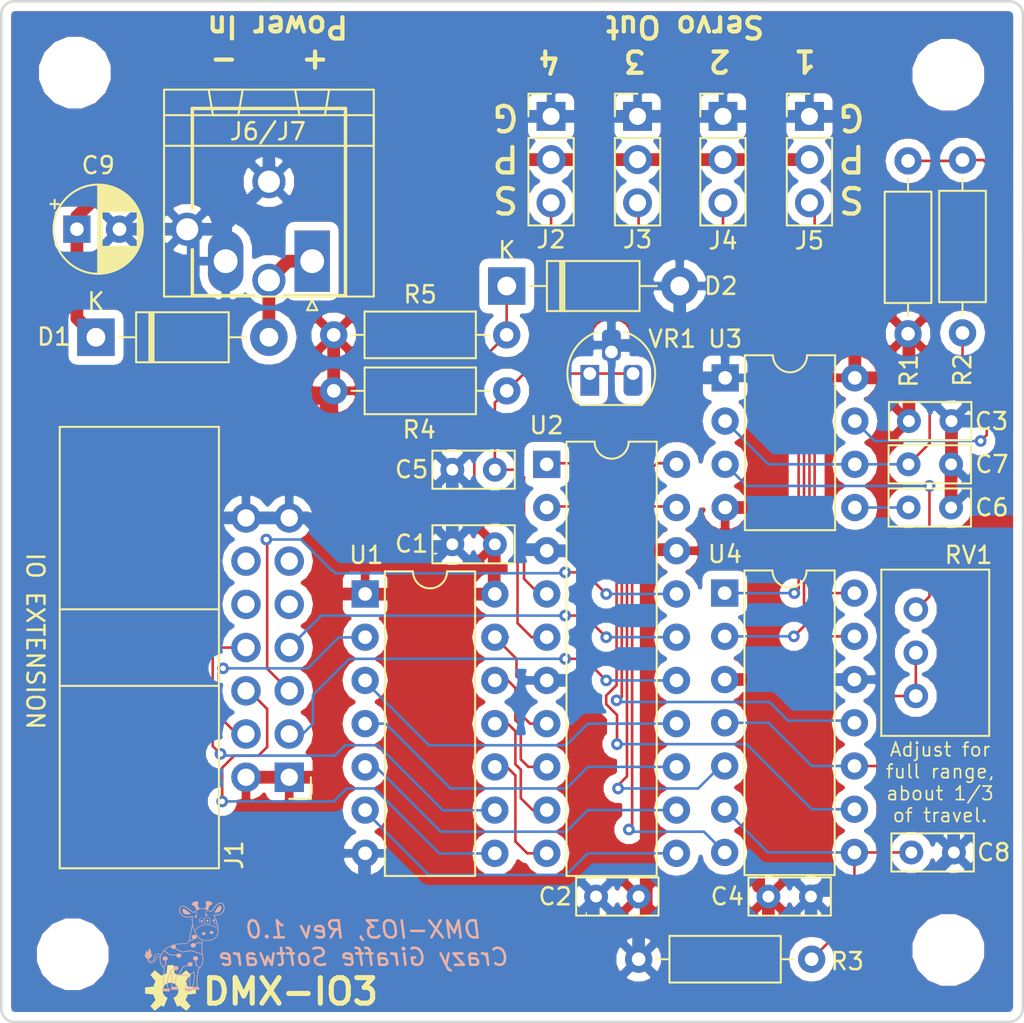
<source format=kicad_pcb>
(kicad_pcb (version 20171130) (host pcbnew "(5.0.0)")
  (title_block (title "DMX Demonstrator - Servo IO Module (DMX-IO3)") (date 2023-02-19) (rev 1.1) (company "Crazy Giraffe Software") (comment 2 "Designed by: SparkyBobo") (comment 3 https://creativecommons.org/licenses/by-sa/4.0/) (comment 4 "Released under the Creative Commons Attribution Share-Alike 4.0m License"))
  (layers (0 F.Cu signal) (31 B.Cu signal) (34 B.Paste user) (35 F.Paste user) (36 B.SilkS user) (37 F.SilkS user) (38 B.Mask user hide) (39 F.Mask user hide) (44 Edge.Cuts user))
  (net 0 "")
  (net 1 GND)
  (net 2 +5V)
  (net 3 /A1)
  (net 4 /A0)
  (net 5 /~WR)
  (net 6 /AO1)
  (net 7 /AO0)
  (net 8 /AO3)
  (net 9 /AO2)
  (net 10 "Net-(J2-Pad3)")
  (net 11 "Net-(J1-Pad9)")
  (net 12 "Net-(J1-Pad10)")
  (net 13 "Net-(J1-Pad11)")
  (net 14 "Net-(J1-Pad12)")
  (net 15 "Net-(C8-Pad1)")
  (net 16 "Net-(C7-Pad2)")
  (net 17 "Net-(C6-Pad2)")
  (net 18 /D3)
  (net 19 /D2)
  (net 20 /D1)
  (net 21 /D0)
  (net 22 /D7)
  (net 23 /D6)
  (net 24 /D5)
  (net 25 /D4)
  (net 26 /SR-CLK)
  (net 27 /SR-OUT)
  (net 28 /~SR_CLR)
  (net 29 "Net-(R1-Pad2)")
  (net 30 +2V5)
  (net 31 "Net-(RV1-Pad1)")
  (net 32 "Net-(J3-Pad3)")
  (net 33 "Net-(J4-Pad3)")
  (net 34 "Net-(J5-Pad3)")
  (net 35 "Net-(C9-Pad1)")
  (net 36 "Net-(D1-Pad2)")
  (net 37 "Net-(D2-Pad1)")
  (module Connector_PinHeader_2.54mm:PinHeader_1x03_P2.54mm_Vertical (layer F.Cu) (at 151.892 77.343)
    (fp_text reference J5 (at 0 7.3025) (layer F.SilkS))
    (fp_text value Servo0)
    (pad 3 thru_hole oval (at 0 5.08) (size 1.7 1.7) (drill 1) (layers *.Cu *.Mask) (net 34 "Net-(J5-Pad3)"))
    (pad 2 thru_hole oval (at 0 2.54) (size 1.7 1.7) (drill 1) (layers *.Cu *.Mask) (net 35 "Net-(C9-Pad1)"))
    (pad 1 thru_hole rect (at 0 0) (size 1.7 1.7) (drill 1) (layers *.Cu *.Mask) (net 1 GND))
  )
  (module Connector_PinHeader_2.54mm:PinHeader_1x03_P2.54mm_Vertical (layer F.Cu) (at 146.812 77.343)
    (fp_text reference J4 (at 0 7.3025) (layer F.SilkS))
    (fp_text value Servo1)
    (pad 1 thru_hole rect (at 0 0) (size 1.7 1.7) (drill 1) (layers *.Cu *.Mask) (net 1 GND))
    (pad 2 thru_hole oval (at 0 2.54) (size 1.7 1.7) (drill 1) (layers *.Cu *.Mask) (net 35 "Net-(C9-Pad1)"))
    (pad 3 thru_hole oval (at 0 5.08) (size 1.7 1.7) (drill 1) (layers *.Cu *.Mask) (net 33 "Net-(J4-Pad3)"))
  )
  (module Connector_PinHeader_2.54mm:PinHeader_1x03_P2.54mm_Vertical (layer F.Cu) (at 141.7955 77.343)
    (fp_text reference J3 (at 0 7.239) (layer F.SilkS))
    (fp_text value Servo2)
    (pad 3 thru_hole oval (at 0 5.08) (size 1.7 1.7) (drill 1) (layers *.Cu *.Mask) (net 32 "Net-(J3-Pad3)"))
    (pad 2 thru_hole oval (at 0 2.54) (size 1.7 1.7) (drill 1) (layers *.Cu *.Mask) (net 35 "Net-(C9-Pad1)"))
    (pad 1 thru_hole rect (at 0 0) (size 1.7 1.7) (drill 1) (layers *.Cu *.Mask) (net 1 GND))
  )
  (module Connector_PinHeader_2.54mm:PinHeader_1x03_P2.54mm_Vertical (layer F.Cu) (at 136.7155 77.343)
    (fp_text reference J2 (at 0 7.239) (layer F.SilkS))
    (fp_text value Servo3)
    (pad 1 thru_hole rect (at 0 0) (size 1.7 1.7) (drill 1) (layers *.Cu *.Mask) (net 1 GND))
    (pad 2 thru_hole oval (at 0 2.54) (size 1.7 1.7) (drill 1) (layers *.Cu *.Mask) (net 35 "Net-(C9-Pad1)"))
    (pad 3 thru_hole oval (at 0 5.08) (size 1.7 1.7) (drill 1) (layers *.Cu *.Mask) (net 10 "Net-(J2-Pad3)"))
  )
  (module Diode_THT:D_DO-41_SOD81_P10.16mm_Horizontal (layer F.Cu) (at 134.112 87.3125)
    (fp_text reference D2 (at 12.573 0) (layer F.SilkS))
    (fp_text value D)
    (fp_text user K (at 0 -2.1) (layer F.SilkS))
    (pad 1 thru_hole rect (at 0 0) (size 2.2 2.2) (drill 1.1) (layers *.Cu *.Mask) (net 37 "Net-(D2-Pad1)"))
    (pad 2 thru_hole oval (at 10.16 0) (size 2.2 2.2) (drill 1.1) (layers *.Cu *.Mask) (net 1 GND))
  )
  (module Resistor_THT:R_Axial_DIN0207_L6.3mm_D2.5mm_P10.16mm_Horizontal (layer F.Cu) (at 123.947501 90.182501)
    (fp_text reference R5 (at 5.08 -2.37) (layer F.SilkS))
    (fp_text value R_US)
    (pad 1 thru_hole circle (at 0 0) (size 1.6 1.6) (drill 0.8) (layers *.Cu *.Mask) (net 2 +5V))
    (pad 2 thru_hole oval (at 10.16 0) (size 1.6 1.6) (drill 0.8) (layers *.Cu *.Mask) (net 37 "Net-(D2-Pad1)"))
  )
  (module Capacitor_THT:CP_Radial_D5.0mm_P2.50mm (layer F.Cu) (at 108.8644 83.9724)
    (fp_text reference C9 (at 1.25 -3.75) (layer F.SilkS))
    (fp_text value 10uF)
    (pad 1 thru_hole rect (at 0 0) (size 1.6 1.6) (drill 0.8) (layers *.Cu *.Mask) (net 35 "Net-(C9-Pad1)"))
    (pad 2 thru_hole circle (at 2.5 0) (size 1.6 1.6) (drill 0.8) (layers *.Cu *.Mask) (net 1 GND))
  )
  (module Connector_Phoenix_MSTB:PhoenixContact_MSTBA_2,5_2-G-5,08_1x02_P5.08mm_Horizontal (layer F.Cu) (at 122.682 85.852 180)
    (fp_text reference J6 hide)
    (fp_text value Power)
    (pad 1 thru_hole rect (at 0 0 180) (size 2.08 3.6) (drill 1.4) (layers *.Cu *.Mask) (net 36 "Net-(D1-Pad2)"))
    (pad 2 thru_hole oval (at 5.08 0 180) (size 2.08 3.6) (drill 1.4) (layers *.Cu *.Mask) (net 1 GND))
  )
  (module Connectors:POWER_JACK_PTH_BREAD (layer F.Cu) (at 120.142 73.2792 180)
    (fp_text reference J7 hide)
    (fp_text value Power hide)
    (pad GND thru_hole circle (at 0 -7.8994 180) (size 1.94818 1.94818) (drill 1.29794) (layers *.Cu *.Mask) (net 1 GND))
    (pad GNDB thru_hole circle (at 4.79806 -10.69848 180) (size 1.94818 1.94818) (drill 1.29794) (layers *.Cu *.Mask) (net 1 GND))
    (pad PWR thru_hole circle (at 0 -13.69822 180) (size 1.94818 1.94818) (drill 1.29794) (layers *.Cu *.Mask) (net 36 "Net-(D1-Pad2)"))
  )
  (module Diode_THT:D_DO-41_SOD81_P10.16mm_Horizontal (layer F.Cu) (at 109.982 90.3224)
    (fp_text reference D1 (at -2.4765 -0.0254) (layer F.SilkS))
    (fp_text value 1N5819)
    (fp_text user K (at 0 -2.1) (layer F.SilkS))
    (pad 1 thru_hole rect (at 0 0) (size 2.2 2.2) (drill 1.1) (layers *.Cu *.Mask) (net 35 "Net-(C9-Pad1)"))
    (pad 2 thru_hole oval (at 10.16 0) (size 2.2 2.2) (drill 1.1) (layers *.Cu *.Mask) (net 36 "Net-(D1-Pad2)"))
  )
  (module Package_DIP:DIP-14_W7.62mm (layer F.Cu) (at 146.9136 105.3592)
    (fp_text reference U4 (at 0.0127 -2.286) (layer F.SilkS))
    (fp_text value LM339)
    (pad 1 thru_hole rect (at 0 0) (size 1.6 1.6) (drill 0.8) (layers *.Cu *.Mask) (net 10 "Net-(J2-Pad3)"))
    (pad 8 thru_hole oval (at 7.62 15.24) (size 1.6 1.6) (drill 0.8) (layers *.Cu *.Mask) (net 15 "Net-(C8-Pad1)"))
    (pad 2 thru_hole oval (at 0 2.54) (size 1.6 1.6) (drill 0.8) (layers *.Cu *.Mask) (net 32 "Net-(J3-Pad3)"))
    (pad 9 thru_hole oval (at 7.62 12.7) (size 1.6 1.6) (drill 0.8) (layers *.Cu *.Mask) (net 7 /AO0))
    (pad 3 thru_hole oval (at 0 5.08) (size 1.6 1.6) (drill 0.8) (layers *.Cu *.Mask) (net 2 +5V))
    (pad 10 thru_hole oval (at 7.62 10.16) (size 1.6 1.6) (drill 0.8) (layers *.Cu *.Mask) (net 15 "Net-(C8-Pad1)"))
    (pad 4 thru_hole oval (at 0 7.62) (size 1.6 1.6) (drill 0.8) (layers *.Cu *.Mask) (net 15 "Net-(C8-Pad1)"))
    (pad 11 thru_hole oval (at 7.62 7.62) (size 1.6 1.6) (drill 0.8) (layers *.Cu *.Mask) (net 6 /AO1))
    (pad 5 thru_hole oval (at 0 10.16) (size 1.6 1.6) (drill 0.8) (layers *.Cu *.Mask) (net 9 /AO2))
    (pad 12 thru_hole oval (at 7.62 5.08) (size 1.6 1.6) (drill 0.8) (layers *.Cu *.Mask) (net 1 GND))
    (pad 6 thru_hole oval (at 0 12.7) (size 1.6 1.6) (drill 0.8) (layers *.Cu *.Mask) (net 15 "Net-(C8-Pad1)"))
    (pad 13 thru_hole oval (at 7.62 2.54) (size 1.6 1.6) (drill 0.8) (layers *.Cu *.Mask) (net 33 "Net-(J4-Pad3)"))
    (pad 7 thru_hole oval (at 0 15.24) (size 1.6 1.6) (drill 0.8) (layers *.Cu *.Mask) (net 8 /AO3))
    (pad 14 thru_hole oval (at 7.62 0) (size 1.6 1.6) (drill 0.8) (layers *.Cu *.Mask) (net 34 "Net-(J5-Pad3)"))
  )
  (module Package_TO_SOT_THT:TO-92L_HandSolder (layer F.Cu) (at 138.9888 92.456)
    (fp_text reference VR1 (at 4.8387 -2.032) (layer F.SilkS))
    (fp_text value TL1431)
    (pad 2 thru_hole roundrect (at 1.27 -1.27) (size 1.1 1.8) (drill 0.75 (offset 0 -0.4)) (layers *.Cu *.Mask) (net 1 GND))
    (pad 3 thru_hole roundrect (at 2.54 0) (size 1.1 1.8) (drill 0.75 (offset 0 0.4)) (layers *.Cu *.Mask) (net 30 +2V5))
    (pad 1 thru_hole rect (at 0 0) (size 1.1 1.8) (drill 0.75 (offset 0 0.4)) (layers *.Cu *.Mask) (net 30 +2V5))
  )
  (module Capacitor_THT:C_Rect_L4.6mm_W2.0mm_P2.50mm_MKS02_FKP02 (layer F.Cu) (at 141.859 123.19 180)
    (fp_text reference C2 (at 4.9022 0 180) (layer F.SilkS))
    (fp_text value .01uF)
    (pad 2 thru_hole circle (at 2.5 0 180) (size 1.4 1.4) (drill 0.7) (layers *.Cu *.Mask) (net 1 GND))
    (pad 1 thru_hole circle (at 0 0 180) (size 1.4 1.4) (drill 0.7) (layers *.Cu *.Mask) (net 2 +5V))
  )
  (module Capacitor_THT:C_Rect_L4.6mm_W2.0mm_P2.50mm_MKS02_FKP02 (layer F.Cu) (at 157.734 95.25)
    (fp_text reference C3 (at 4.8514 0.0127) (layer F.SilkS))
    (fp_text value .01uF)
    (pad 1 thru_hole circle (at 0 0) (size 1.4 1.4) (drill 0.7) (layers *.Cu *.Mask) (net 2 +5V))
    (pad 2 thru_hole circle (at 2.5 0) (size 1.4 1.4) (drill 0.7) (layers *.Cu *.Mask) (net 1 GND))
  )
  (module Capacitor_THT:C_Rect_L4.6mm_W2.0mm_P2.50mm_MKS02_FKP02 (layer F.Cu) (at 149.479 123.19)
    (fp_text reference C4 (at -2.413 0) (layer F.SilkS))
    (fp_text value .01uF)
    (pad 2 thru_hole circle (at 2.5 0) (size 1.4 1.4) (drill 0.7) (layers *.Cu *.Mask) (net 1 GND))
    (pad 1 thru_hole circle (at 0 0) (size 1.4 1.4) (drill 0.7) (layers *.Cu *.Mask) (net 2 +5V))
  )
  (module Capacitor_THT:C_Rect_L4.6mm_W2.0mm_P2.50mm_MKS02_FKP02 (layer F.Cu) (at 133.4135 98.1075 180)
    (fp_text reference C5 (at 4.8895 0.0127 180) (layer F.SilkS))
    (fp_text value .01uF)
    (pad 1 thru_hole circle (at 0 0 180) (size 1.4 1.4) (drill 0.7) (layers *.Cu *.Mask) (net 30 +2V5))
    (pad 2 thru_hole circle (at 2.5 0 180) (size 1.4 1.4) (drill 0.7) (layers *.Cu *.Mask) (net 1 GND))
  )
  (module Capacitor_THT:C_Rect_L4.6mm_W2.0mm_P2.50mm_MKS02_FKP02 (layer F.Cu) (at 160.2105 100.33 180)
    (fp_text reference C6 (at -2.4003 0 180) (layer F.SilkS))
    (fp_text value 100nf)
    (pad 1 thru_hole circle (at 0 0 180) (size 1.4 1.4) (drill 0.7) (layers *.Cu *.Mask) (net 1 GND))
    (pad 2 thru_hole circle (at 2.5 0 180) (size 1.4 1.4) (drill 0.7) (layers *.Cu *.Mask) (net 17 "Net-(C6-Pad2)"))
  )
  (module Capacitor_THT:C_Rect_L4.6mm_W2.0mm_P2.50mm_MKS02_FKP02 (layer F.Cu) (at 160.2105 97.79 180)
    (fp_text reference C7 (at -2.4003 0 180) (layer F.SilkS))
    (fp_text value 0.68uF)
    (pad 1 thru_hole circle (at 0 0 180) (size 1.4 1.4) (drill 0.7) (layers *.Cu *.Mask) (net 1 GND))
    (pad 2 thru_hole circle (at 2.5 0 180) (size 1.4 1.4) (drill 0.7) (layers *.Cu *.Mask) (net 16 "Net-(C7-Pad2)"))
  )
  (module Capacitor_THT:C_Rect_L4.6mm_W2.0mm_P2.50mm_MKS02_FKP02 (layer F.Cu) (at 157.8756 120.5992)
    (fp_text reference C8 (at 4.8368 0) (layer F.SilkS))
    (fp_text value 0.68uF)
    (pad 2 thru_hole circle (at 2.5 0) (size 1.4 1.4) (drill 0.7) (layers *.Cu *.Mask) (net 1 GND))
    (pad 1 thru_hole circle (at 0 0) (size 1.4 1.4) (drill 0.7) (layers *.Cu *.Mask) (net 15 "Net-(C8-Pad1)"))
  )
  (module Capacitor_THT:C_Rect_L4.6mm_W2.0mm_P2.50mm_MKS02_FKP02 (layer F.Cu) (at 133.4135 102.489 180)
    (fp_text reference C1 (at 4.8895 0.0254 180) (layer F.SilkS))
    (fp_text value .01uF)
    (pad 1 thru_hole circle (at 0 0 180) (size 1.4 1.4) (drill 0.7) (layers *.Cu *.Mask) (net 2 +5V))
    (pad 2 thru_hole circle (at 2.5 0 180) (size 1.4 1.4) (drill 0.7) (layers *.Cu *.Mask) (net 1 GND))
  )
  (module Potentiometer_THT:Potentiometer_Bourns_3299W_Vertical (layer F.Cu) (at 158.1404 106.3244 90)
    (fp_text reference RV1 (at 3.2004 3.0988 180) (layer F.SilkS))
    (fp_text value 10k)
    (pad 1 thru_hole circle (at 0 0 90) (size 1.44 1.44) (drill 0.8) (layers *.Cu *.Mask) (net 31 "Net-(RV1-Pad1)"))
    (pad 2 thru_hole circle (at -2.54 0 90) (size 1.44 1.44) (drill 0.8) (layers *.Cu *.Mask) (net 15 "Net-(C8-Pad1)"))
    (pad 3 thru_hole circle (at -5.08 0 90) (size 1.44 1.44) (drill 0.8) (layers *.Cu *.Mask) (net 15 "Net-(C8-Pad1)"))
  )
  (module Resistor_THT:R_Axial_DIN0207_L6.3mm_D2.5mm_P10.16mm_Horizontal (layer F.Cu) (at 134.112 93.472 180)
    (fp_text reference R4 (at 5.1435 -2.286 180) (layer F.SilkS))
    (fp_text value 1.6k)
    (pad 1 thru_hole circle (at 0 0 180) (size 1.6 1.6) (drill 0.8) (layers *.Cu *.Mask) (net 30 +2V5))
    (pad 2 thru_hole oval (at 10.16 0 180) (size 1.6 1.6) (drill 0.8) (layers *.Cu *.Mask) (net 2 +5V))
  )
  (module Package_DIP:DIP-14_W7.62mm (layer F.Cu) (at 125.7935 105.41)
    (fp_text reference U1 (at 0.0635 -2.286) (layer F.SilkS))
    (fp_text value 74LS164)
    (pad 1 thru_hole rect (at 0 0) (size 1.6 1.6) (drill 0.8) (layers *.Cu *.Mask) (net 2 +5V))
    (pad 8 thru_hole oval (at 7.62 15.24) (size 1.6 1.6) (drill 0.8) (layers *.Cu *.Mask) (net 26 /SR-CLK))
    (pad 2 thru_hole oval (at 0 2.54) (size 1.6 1.6) (drill 0.8) (layers *.Cu *.Mask) (net 27 /SR-OUT))
    (pad 9 thru_hole oval (at 7.62 12.7) (size 1.6 1.6) (drill 0.8) (layers *.Cu *.Mask) (net 28 /~SR_CLR))
    (pad 3 thru_hole oval (at 0 5.08) (size 1.6 1.6) (drill 0.8) (layers *.Cu *.Mask) (net 21 /D0))
    (pad 10 thru_hole oval (at 7.62 10.16) (size 1.6 1.6) (drill 0.8) (layers *.Cu *.Mask) (net 25 /D4))
    (pad 4 thru_hole oval (at 0 7.62) (size 1.6 1.6) (drill 0.8) (layers *.Cu *.Mask) (net 20 /D1))
    (pad 11 thru_hole oval (at 7.62 7.62) (size 1.6 1.6) (drill 0.8) (layers *.Cu *.Mask) (net 24 /D5))
    (pad 5 thru_hole oval (at 0 10.16) (size 1.6 1.6) (drill 0.8) (layers *.Cu *.Mask) (net 19 /D2))
    (pad 12 thru_hole oval (at 7.62 5.08) (size 1.6 1.6) (drill 0.8) (layers *.Cu *.Mask) (net 23 /D6))
    (pad 6 thru_hole oval (at 0 12.7) (size 1.6 1.6) (drill 0.8) (layers *.Cu *.Mask) (net 18 /D3))
    (pad 13 thru_hole oval (at 7.62 2.54) (size 1.6 1.6) (drill 0.8) (layers *.Cu *.Mask) (net 22 /D7))
    (pad 7 thru_hole oval (at 0 15.24) (size 1.6 1.6) (drill 0.8) (layers *.Cu *.Mask) (net 1 GND))
    (pad 14 thru_hole oval (at 7.62 0) (size 1.6 1.6) (drill 0.8) (layers *.Cu *.Mask) (net 2 +5V))
  )
  (module Package_DIP:DIP-20_W7.62mm (layer F.Cu) (at 136.4615 97.79)
    (fp_text reference U2 (at -0.0127 -2.286) (layer F.SilkS))
    (fp_text value TLC7226A)
    (pad 1 thru_hole rect (at 0 0) (size 1.6 1.6) (drill 0.8) (layers *.Cu *.Mask) (net 6 /AO1))
    (pad 11 thru_hole oval (at 7.62 22.86) (size 1.6 1.6) (drill 0.8) (layers *.Cu *.Mask) (net 18 /D3))
    (pad 2 thru_hole oval (at 0 2.54) (size 1.6 1.6) (drill 0.8) (layers *.Cu *.Mask) (net 7 /AO0))
    (pad 12 thru_hole oval (at 7.62 20.32) (size 1.6 1.6) (drill 0.8) (layers *.Cu *.Mask) (net 19 /D2))
    (pad 3 thru_hole oval (at 0 5.08) (size 1.6 1.6) (drill 0.8) (layers *.Cu *.Mask) (net 1 GND))
    (pad 13 thru_hole oval (at 7.62 17.78) (size 1.6 1.6) (drill 0.8) (layers *.Cu *.Mask) (net 20 /D1))
    (pad 4 thru_hole oval (at 0 7.62) (size 1.6 1.6) (drill 0.8) (layers *.Cu *.Mask) (net 30 +2V5))
    (pad 14 thru_hole oval (at 7.62 15.24) (size 1.6 1.6) (drill 0.8) (layers *.Cu *.Mask) (net 21 /D0))
    (pad 5 thru_hole oval (at 0 10.16) (size 1.6 1.6) (drill 0.8) (layers *.Cu *.Mask) (net 37 "Net-(D2-Pad1)"))
    (pad 15 thru_hole oval (at 7.62 12.7) (size 1.6 1.6) (drill 0.8) (layers *.Cu *.Mask) (net 5 /~WR))
    (pad 6 thru_hole oval (at 0 12.7) (size 1.6 1.6) (drill 0.8) (layers *.Cu *.Mask) (net 1 GND))
    (pad 16 thru_hole oval (at 7.62 10.16) (size 1.6 1.6) (drill 0.8) (layers *.Cu *.Mask) (net 3 /A1))
    (pad 7 thru_hole oval (at 0 15.24) (size 1.6 1.6) (drill 0.8) (layers *.Cu *.Mask) (net 22 /D7))
    (pad 17 thru_hole oval (at 7.62 7.62) (size 1.6 1.6) (drill 0.8) (layers *.Cu *.Mask) (net 4 /A0))
    (pad 8 thru_hole oval (at 0 17.78) (size 1.6 1.6) (drill 0.8) (layers *.Cu *.Mask) (net 23 /D6))
    (pad 18 thru_hole oval (at 7.62 5.08) (size 1.6 1.6) (drill 0.8) (layers *.Cu *.Mask) (net 2 +5V))
    (pad 9 thru_hole oval (at 0 20.32) (size 1.6 1.6) (drill 0.8) (layers *.Cu *.Mask) (net 24 /D5))
    (pad 19 thru_hole oval (at 7.62 2.54) (size 1.6 1.6) (drill 0.8) (layers *.Cu *.Mask) (net 8 /AO3))
    (pad 10 thru_hole oval (at 0 22.86) (size 1.6 1.6) (drill 0.8) (layers *.Cu *.Mask) (net 25 /D4))
    (pad 20 thru_hole oval (at 7.62 0) (size 1.6 1.6) (drill 0.8) (layers *.Cu *.Mask) (net 9 /AO2))
  )
  (module Package_DIP:DIP-8_W7.62mm (layer F.Cu) (at 146.939 92.71)
    (fp_text reference U3 (at 0 -2.286) (layer F.SilkS))
    (fp_text value LM555)
    (pad 8 thru_hole oval (at 7.62 0) (size 1.6 1.6) (drill 0.8) (layers *.Cu *.Mask) (net 2 +5V))
    (pad 4 thru_hole oval (at 0 7.62) (size 1.6 1.6) (drill 0.8) (layers *.Cu *.Mask) (net 2 +5V))
    (pad 7 thru_hole oval (at 7.62 2.54) (size 1.6 1.6) (drill 0.8) (layers *.Cu *.Mask) (net 29 "Net-(R1-Pad2)"))
    (pad 3 thru_hole oval (at 0 5.08) (size 1.6 1.6) (drill 0.8) (layers *.Cu *.Mask) (net 31 "Net-(RV1-Pad1)"))
    (pad 6 thru_hole oval (at 7.62 5.08) (size 1.6 1.6) (drill 0.8) (layers *.Cu *.Mask) (net 16 "Net-(C7-Pad2)"))
    (pad 2 thru_hole oval (at 0 2.54) (size 1.6 1.6) (drill 0.8) (layers *.Cu *.Mask) (net 16 "Net-(C7-Pad2)"))
    (pad 5 thru_hole oval (at 7.62 7.62) (size 1.6 1.6) (drill 0.8) (layers *.Cu *.Mask) (net 17 "Net-(C6-Pad2)"))
    (pad 1 thru_hole rect (at 0 0) (size 1.6 1.6) (drill 0.8) (layers *.Cu *.Mask) (net 1 GND))
  )
  (module Resistor_THT:R_Axial_DIN0207_L6.3mm_D2.5mm_P10.16mm_Horizontal (layer F.Cu) (at 157.6832 90.1192 90)
    (fp_text reference R1 (at -2.1844 0.0508 90) (layer F.SilkS))
    (fp_text value 330)
    (pad 1 thru_hole circle (at 0 0 90) (size 1.6 1.6) (drill 0.8) (layers *.Cu *.Mask) (net 2 +5V))
    (pad 2 thru_hole oval (at 10.16 0 90) (size 1.6 1.6) (drill 0.8) (layers *.Cu *.Mask) (net 29 "Net-(R1-Pad2)"))
  )
  (module Resistor_THT:R_Axial_DIN0207_L6.3mm_D2.5mm_P10.16mm_Horizontal (layer F.Cu) (at 160.8836 79.9084 270)
    (fp_text reference R2 (at 12.3444 0 270) (layer F.SilkS))
    (fp_text value 10k)
    (pad 2 thru_hole oval (at 10.16 0 270) (size 1.6 1.6) (drill 0.8) (layers *.Cu *.Mask) (net 16 "Net-(C7-Pad2)"))
    (pad 1 thru_hole circle (at 0 0 270) (size 1.6 1.6) (drill 0.8) (layers *.Cu *.Mask) (net 29 "Net-(R1-Pad2)"))
  )
  (module Resistor_THT:R_Axial_DIN0207_L6.3mm_D2.5mm_P10.16mm_Horizontal (layer F.Cu) (at 141.859 126.873)
    (fp_text reference R3 (at 12.2555 0.127) (layer F.SilkS))
    (fp_text value 10k)
    (pad 1 thru_hole circle (at 0 0) (size 1.6 1.6) (drill 0.8) (layers *.Cu *.Mask) (net 1 GND))
    (pad 2 thru_hole oval (at 10.16 0) (size 1.6 1.6) (drill 0.8) (layers *.Cu *.Mask) (net 15 "Net-(C8-Pad1)"))
  )
  (module MountingHole:MountingHole_3.2mm_M3 (layer F.Cu) (at 160.053 74.897)
    (fp_text reference MH2 hide)
    (fp_text value MountingHole)
    (pad 1 np_thru_hole circle (at 0 0) (size 3.2 3.2) (drill 3.2) (layers *.Cu *.Mask))
  )
  (module MountingHole:MountingHole_3.2mm_M3 (layer F.Cu) (at 108.618 126.586)
    (fp_text reference MH3 hide)
    (fp_text value MountingHole)
    (pad 1 np_thru_hole circle (at 0 0) (size 3.2 3.2) (drill 3.2) (layers *.Cu *.Mask))
  )
  (module MountingHole:MountingHole_3.2mm_M3 (layer F.Cu) (at 160.053 126.332)
    (fp_text reference MH4 hide)
    (fp_text value MountingHole)
    (pad 1 np_thru_hole circle (at 0 0) (size 3.2 3.2) (drill 3.2) (layers *.Cu *.Mask))
  )
  (module MountingHole:MountingHole_3.2mm_M3 (layer F.Cu) (at 108.745 74.77)
    (fp_text reference MH1 hide)
    (fp_text value MountingHole)
    (pad 1 np_thru_hole circle (at 0 0) (size 3.2 3.2) (drill 3.2) (layers *.Cu *.Mask))
  )
  (module Connector_IDC:IDC-Header_2x07_P2.54mm_Horizontal (layer F.Cu) (at 121.3358 116.1796 180)
    (fp_text reference J1 (at 3.2258 -4.572 90) (layer F.SilkS))
    (fp_text value "IO Extension")
    (pad 1 thru_hole rect (at 0 0 180) (size 1.7272 1.7272) (drill 1.016) (layers *.Cu *.Mask) (net 2 +5V))
    (pad 2 thru_hole oval (at 2.54 0 180) (size 1.7272 1.7272) (drill 1.016) (layers *.Cu *.Mask) (net 2 +5V))
    (pad 3 thru_hole oval (at 0 2.54 180) (size 1.7272 1.7272) (drill 1.016) (layers *.Cu *.Mask) (net 5 /~WR))
    (pad 4 thru_hole oval (at 2.54 2.54 180) (size 1.7272 1.7272) (drill 1.016) (layers *.Cu *.Mask) (net 27 /SR-OUT))
    (pad 5 thru_hole oval (at 0 5.08 180) (size 1.7272 1.7272) (drill 1.016) (layers *.Cu *.Mask) (net 4 /A0))
    (pad 6 thru_hole oval (at 2.54 5.08 180) (size 1.7272 1.7272) (drill 1.016) (layers *.Cu *.Mask) (net 26 /SR-CLK))
    (pad 7 thru_hole oval (at 0 7.62 180) (size 1.7272 1.7272) (drill 1.016) (layers *.Cu *.Mask) (net 3 /A1))
    (pad 8 thru_hole oval (at 2.54 7.62 180) (size 1.7272 1.7272) (drill 1.016) (layers *.Cu *.Mask) (net 28 /~SR_CLR))
    (pad 9 thru_hole oval (at 0 10.16 180) (size 1.7272 1.7272) (drill 1.016) (layers *.Cu *.Mask) (net 11 "Net-(J1-Pad9)"))
    (pad 10 thru_hole oval (at 2.54 10.16 180) (size 1.7272 1.7272) (drill 1.016) (layers *.Cu *.Mask) (net 12 "Net-(J1-Pad10)"))
    (pad 11 thru_hole oval (at 0 12.7 180) (size 1.7272 1.7272) (drill 1.016) (layers *.Cu *.Mask) (net 13 "Net-(J1-Pad11)"))
    (pad 12 thru_hole oval (at 2.54 12.7 180) (size 1.7272 1.7272) (drill 1.016) (layers *.Cu *.Mask) (net 14 "Net-(J1-Pad12)"))
    (pad 13 thru_hole oval (at 0 15.24 180) (size 1.7272 1.7272) (drill 1.016) (layers *.Cu *.Mask) (net 1 GND))
    (pad 14 thru_hole oval (at 2.54 15.24 180) (size 1.7272 1.7272) (drill 1.016) (layers *.Cu *.Mask) (net 1 GND))
  )
  (module footprints:OSHW-LOGO-S (layer F.Cu) (at 114.3635 128.7145)
    (fp_text reference "" (at 0 0) (layer F.SilkS) (effects (font (size 1.524 1.524))))
    (fp_text value "" (at 0 0) (layer F.SilkS) (effects (font (size 1.524 1.524))))
  )
  (module footprints:logo_cr_5x5 (layer B.Cu) (at 115.189 126.111 180)
    (fp_text reference G*** hide)
    (fp_text value LOGO hide)
  )
  (gr_text "S\nP\nG" (at 154.3685 79.8195 180) (layer F.SilkS) (effects (font (size 1.5 1.5) (thickness 0.25))))
  (gr_text "S\nP\nG" (at 134.0485 79.8195 180) (layer F.SilkS) (effects (font (size 1.5 1.5) (thickness 0.25))))
  (gr_text " +    -\nPower In" (at 120.65 73.0885 180) (layer F.SilkS) (effects (font (size 1.25 1.25) (thickness 0.25))))
  (gr_text J6/J7 (at 120.0785 78.232) (layer F.SilkS) (effects (font (size 1 1))))
  (gr_text "Adjust for\nfull range,\nabout 1/3\nof travel." (at 159.5628 116.4844) (layer F.SilkS) (effects (font (size 0.8 0.8) (thickness 0.1))))
  (gr_line (start 105.1839 70.579) (end 163.6039 70.579) (layer Edge.Cuts) (width 0.15))
  (gr_line (start 164.4397 71.397) (end 164.4345 129.7305) (layer Edge.Cuts) (width 0.15))
  (gr_arc (start 163.609 129.738) (end 163.609 130.556) (angle -90) (layer Edge.Cuts) (width 0.15))
  (gr_arc (start 163.6217 71.397) (end 164.4397 71.397) (angle -90) (layer Edge.Cuts) (width 0.15))
  (gr_arc (start 105.1839 71.341) (end 105.1839 70.579) (angle -90) (layer Edge.Cuts) (width 0.15))
  (gr_arc (start 105.189 129.794) (end 104.427 129.794) (angle -90) (layer Edge.Cuts) (width 0.15))
  (gr_text "IO EXTENSION" (at 106.4133 108.1786 270) (layer F.SilkS) (effects (font (size 1 1))))
  (gr_line (start 105.189 130.556) (end 163.576 130.556) (layer Edge.Cuts) (width 0.15))
  (gr_line (start 104.4219 129.817) (end 104.4219 71.341) (layer Edge.Cuts) (width 0.15))
  (gr_text "DMX-IO3, Rev 1.0\nCrazy Giraffe Software\n\n" (at 125.73 126.746) (layer B.SilkS) (effects (font (size 1 1) (thickness 0.15) italic) (justify mirror)))
  (gr_text DMX-IO3 (at 121.412 128.778) (layer F.SilkS) (effects (font (size 1.5 1.5) (thickness 0.3))))
  (gr_text "   1    2    3    4\n  Servo Out" (at 145.542 73.0885 180) (layer F.SilkS) (effects (font (size 1.25 1.25) (thickness 0.25))))
  (segment (start 130.938906 102.435738) (end 131.180762 102.435738) (width 0.75) (layer B.Cu) (net 1))
  (segment (start 125.7681 120.672932) (end 125.755406 120.660238) (width 0.75) (layer B.Cu) (net 1))
  (segment (start 118.7958 100.9396) (end 121.3358 100.9396) (width 0.75) (layer B.Cu) (net 1))
  (segment (start 115.697 101.7905) (end 115.697 124.841) (width 0.75) (layer B.Cu) (net 1))
  (segment (start 118.7958 100.9396) (end 116.5479 100.9396) (width 0.75) (layer B.Cu) (net 1))
  (segment (start 116.5479 100.9396) (end 115.697 101.7905) (width 0.75) (layer B.Cu) (net 1))
  (segment (start 125.755406 124.802906) (end 125.7935 124.841) (width 0.75) (layer B.Cu) (net 1))
  (segment (start 125.755406 120.660238) (end 125.755406 124.802906) (width 0.75) (layer B.Cu) (net 1))
  (segment (start 115.697 124.841) (end 125.7935 124.841) (width 0.75) (layer B.Cu) (net 1))
  (segment (start 130.9135 100.9396) (end 130.9135 102.616) (width 0.75) (layer B.Cu) (net 1))
  (segment (start 125.7935 124.841) (end 139.192 124.841) (width 0.75) (layer B.Cu) (net 1))
  (segment (start 124.0409 102.616) (end 122.3645 100.9396) (width 0.75) (layer B.Cu) (net 1))
  (segment (start 121.3358 100.9396) (end 122.3645 100.9396) (width 0.75) (layer B.Cu) (net 1))
  (segment (start 130.9135 102.616) (end 126.873 102.616) (width 0.75) (layer B.Cu) (net 1))
  (segment (start 126.873 102.616) (end 124.0409 102.616) (width 0.75) (layer B.Cu) (net 1))
  (segment (start 130.9135 98.1075) (end 130.9135 100.584) (width 0.75) (layer B.Cu) (net 1))
  (segment (start 130.9135 100.584) (end 130.9135 100.9396) (width 0.75) (layer B.Cu) (net 1))
  (segment (start 134.874 102.8065) (end 134.874 101.2825) (width 0.75) (layer B.Cu) (net 1))
  (segment (start 136.398 102.8065) (end 134.874 102.8065) (width 0.75) (layer B.Cu) (net 1))
  (segment (start 134.874 101.2825) (end 134.1755 100.584) (width 0.75) (layer B.Cu) (net 1))
  (segment (start 134.1755 100.584) (end 130.9135 100.584) (width 0.75) (layer B.Cu) (net 1))
  (segment (start 139.192 123.357) (end 139.359 123.19) (width 0.75) (layer B.Cu) (net 1))
  (segment (start 139.192 124.841) (end 139.192 123.357) (width 0.75) (layer B.Cu) (net 1))
  (segment (start 151.979 124.6778) (end 151.979 123.19) (width 0.75) (layer B.Cu) (net 1))
  (segment (start 151.8158 124.841) (end 151.979 124.6778) (width 0.75) (layer B.Cu) (net 1))
  (segment (start 154.5336 110.4392) (end 152.7048 110.4392) (width 0.75) (layer B.Cu) (net 1))
  (segment (start 152.7048 110.4392) (end 152.7048 102.9716) (width 0.75) (layer B.Cu) (net 1))
  (segment (start 152.7048 102.9716) (end 163.2204 102.9716) (width 0.75) (layer B.Cu) (net 1))
  (segment (start 141.859 124.8664) (end 141.8336 124.841) (width 0.75) (layer B.Cu) (net 1))
  (segment (start 141.859 126.873) (end 141.859 124.8664) (width 0.75) (layer B.Cu) (net 1))
  (segment (start 139.192 124.841) (end 141.8336 124.841) (width 0.75) (layer B.Cu) (net 1))
  (segment (start 141.8336 124.841) (end 151.8158 124.841) (width 0.75) (layer B.Cu) (net 1))
  (segment (start 163.2204 115.3795) (end 163.2204 102.9716) (width 0.75) (layer B.Cu) (net 1))
  (segment (start 160.361 115.3795) (end 163.2204 115.3795) (width 0.75) (layer B.Cu) (net 1))
  (segment (start 160.361 120.6646) (end 160.361 115.3795) (width 0.75) (layer B.Cu) (net 1))
  (segment (start 158.1912 122.8344) (end 160.361 120.6646) (width 0.75) (layer B.Cu) (net 1))
  (segment (start 151.979 123.19) (end 152.3346 122.8344) (width 0.75) (layer B.Cu) (net 1))
  (segment (start 152.3346 122.8344) (end 158.1912 122.8344) (width 0.75) (layer B.Cu) (net 1))
  (segment (start 160.234 97.7665) (end 160.2105 97.79) (width 0.75) (layer F.Cu) (net 1))
  (segment (start 160.234 95.25) (end 160.234 97.7665) (width 0.75) (layer F.Cu) (net 1))
  (segment (start 160.2105 97.79) (end 160.2105 100.33) (width 0.75) (layer F.Cu) (net 1))
  (segment (start 115.34394 83.97768) (end 117.34292 83.97768) (width 0.75) (layer B.Cu) (net 1))
  (segment (start 117.602 85.852) (end 117.602 83.7186) (width 0.75) (layer B.Cu) (net 1))
  (segment (start 117.34292 83.97768) (end 117.602 83.7186) (width 0.75) (layer B.Cu) (net 1))
  (segment (start 117.602 83.7186) (end 120.142 81.1786) (width 0.75) (layer B.Cu) (net 1))
  (segment (start 115.33866 83.9724) (end 115.34394 83.97768) (width 0.75) (layer B.Cu) (net 1))
  (segment (start 111.3644 83.9724) (end 115.33866 83.9724) (width 0.75) (layer B.Cu) (net 1))
  (segment (start 115.34394 83.97768) (end 115.697 84.33074) (width 0.75) (layer B.Cu) (net 1))
  (segment (start 115.697 84.33074) (end 115.697 92.7735) (width 0.75) (layer B.Cu) (net 1))
  (segment (start 115.697 95.25) (end 115.697 101.7905) (width 0.75) (layer B.Cu) (net 1))
  (segment (start 115.697 92.7735) (end 115.697 95.25) (width 0.75) (layer B.Cu) (net 1))
  (segment (start 115.697 95.25) (end 144.272 95.25) (width 0.75) (layer B.Cu) (net 1))
  (segment (start 146.939 92.71) (end 144.272 92.71) (width 0.75) (layer B.Cu) (net 1))
  (segment (start 144.272 95.25) (end 144.272 92.71) (width 0.75) (layer B.Cu) (net 1))
  (segment (start 144.272 92.71) (end 144.272 91.186) (width 0.75) (layer B.Cu) (net 1))
  (segment (start 140.6398 90.805) (end 140.2588 91.186) (width 0.75) (layer B.Cu) (net 1))
  (segment (start 144.272 91.186) (end 143.891 90.805) (width 0.75) (layer B.Cu) (net 1))
  (segment (start 143.891 90.805) (end 140.6398 90.805) (width 0.75) (layer B.Cu) (net 1))
  (segment (start 138.4935 110.49) (end 136.4615 110.49) (width 0.75) (layer B.Cu) (net 1))
  (segment (start 138.557 110.4265) (end 138.4935 110.49) (width 0.75) (layer B.Cu) (net 1))
  (segment (start 138.557 103.759) (end 138.557 110.4265) (width 0.75) (layer B.Cu) (net 1))
  (segment (start 136.4615 102.87) (end 137.668 102.87) (width 0.75) (layer B.Cu) (net 1))
  (segment (start 137.668 102.87) (end 138.557 103.759) (width 0.75) (layer B.Cu) (net 1))
  (segment (start 154.8765 77.343) (end 151.892 77.343) (width 0.75) (layer B.Cu) (net 1))
  (segment (start 154.8765 82.3722) (end 154.8765 77.343) (width 0.75) (layer B.Cu) (net 1))
  (segment (start 163.2204 82.3976) (end 163.2204 95.25) (width 0.75) (layer B.Cu) (net 1))
  (segment (start 154.9019 82.3976) (end 154.8765 82.3722) (width 0.75) (layer B.Cu) (net 1))
  (segment (start 163.2204 82.3976) (end 154.9019 82.3976) (width 0.75) (layer B.Cu) (net 1))
  (segment (start 160.234 95.25) (end 163.2204 95.25) (width 0.75) (layer B.Cu) (net 1))
  (segment (start 151.892 77.343) (end 146.812 77.343) (width 0.75) (layer B.Cu) (net 1))
  (segment (start 146.812 77.343) (end 141.7955 77.343) (width 0.75) (layer B.Cu) (net 1))
  (segment (start 141.7955 77.343) (end 136.7155 77.343) (width 0.75) (layer B.Cu) (net 1))
  (segment (start 136.7155 77.343) (end 120.142 77.343) (width 0.75) (layer B.Cu) (net 1))
  (segment (start 120.142 77.343) (end 120.142 81.1786) (width 0.75) (layer B.Cu) (net 1))
  (segment (start 136.7155 84.6455) (end 136.9695 84.8995) (width 0.1524) (layer F.Cu) (net 10))
  (segment (start 136.7155 82.423) (end 136.7155 84.6455) (width 0.1524) (layer F.Cu) (net 10))
  (segment (start 144.272 87.3125) (end 144.272 91.186) (width 0.75) (layer B.Cu) (net 1))
  (segment (start 133.375406 102.499238) (end 133.438906 102.435738) (width 0.75) (layer F.Cu) (net 2))
  (segment (start 118.7958 116.1796) (end 121.3358 116.1796) (width 0.75) (layer F.Cu) (net 2))
  (segment (start 121.3358 116.1796) (end 123.4821 116.1796) (width 0.75) (layer F.Cu) (net 2))
  (segment (start 123.4821 116.1796) (end 123.5075 116.1542) (width 0.75) (layer F.Cu) (net 2))
  (segment (start 123.5075 116.1542) (end 123.5075 105.41) (width 0.75) (layer F.Cu) (net 2))
  (segment (start 125.745168 105.41) (end 125.755406 105.420238) (width 0.75) (layer F.Cu) (net 2))
  (segment (start 123.5075 105.41) (end 125.745168 105.41) (width 0.75) (layer F.Cu) (net 2))
  (segment (start 125.755406 105.420238) (end 133.375406 105.420238) (width 0.75) (layer F.Cu) (net 2))
  (segment (start 133.375406 102.654094) (end 133.4135 102.616) (width 0.75) (layer F.Cu) (net 2))
  (segment (start 133.375406 105.420238) (end 133.375406 102.654094) (width 0.75) (layer F.Cu) (net 2))
  (segment (start 123.5075 124.6505) (end 123.5075 116.1542) (width 0.75) (layer F.Cu) (net 2))
  (segment (start 142.3035 124.6505) (end 123.5075 124.6505) (width 0.75) (layer F.Cu) (net 2))
  (segment (start 144.018 102.8065) (end 142.748 102.8065) (width 0.75) (layer F.Cu) (net 2))
  (segment (start 142.748 102.8065) (end 142.3035 103.251) (width 0.75) (layer F.Cu) (net 2))
  (segment (start 142.3035 103.251) (end 142.3035 122.809) (width 0.75) (layer F.Cu) (net 2))
  (segment (start 142.3035 122.809) (end 142.3035 124.6505) (width 0.75) (layer F.Cu) (net 2))
  (segment (start 146.9136 110.3122) (end 146.5326 110.3122) (width 0.1524) (layer B.Cu) (net 2))
  (segment (start 141.9225 123.19) (end 142.3035 122.809) (width 0.75) (layer F.Cu) (net 2))
  (segment (start 141.859 123.19) (end 141.9225 123.19) (width 0.75) (layer F.Cu) (net 2))
  (segment (start 142.3035 124.6505) (end 149.479 124.6505) (width 0.75) (layer F.Cu) (net 2))
  (segment (start 149.479 124.6505) (end 149.479 123.19) (width 0.75) (layer F.Cu) (net 2))
  (segment (start 123.5075 105.41) (end 123.5075 93.9165) (width 0.75) (layer F.Cu) (net 2))
  (segment (start 157.734 92.71) (end 154.559 92.71) (width 0.75) (layer F.Cu) (net 2))
  (segment (start 157.734 90.17) (end 157.6832 90.1192) (width 0.75) (layer F.Cu) (net 2))
  (segment (start 157.734 92.71) (end 157.734 90.17) (width 0.75) (layer F.Cu) (net 2))
  (segment (start 157.734 95.25) (end 157.734 92.71) (width 0.75) (layer F.Cu) (net 2))
  (segment (start 148.7805 110.4392) (end 146.9136 110.4392) (width 0.75) (layer F.Cu) (net 2))
  (segment (start 148.9075 122.5931) (end 148.9075 110.5662) (width 0.75) (layer F.Cu) (net 2))
  (segment (start 148.9075 110.5662) (end 148.7805 110.4392) (width 0.75) (layer F.Cu) (net 2))
  (segment (start 148.9075 110.5662) (end 148.9075 100.33) (width 0.75) (layer F.Cu) (net 2))
  (segment (start 148.9075 100.33) (end 146.939 100.33) (width 0.75) (layer F.Cu) (net 2))
  (segment (start 123.5075 93.9165) (end 123.952 93.472) (width 0.75) (layer F.Cu) (net 2))
  (segment (start 123.947501 93.467501) (end 123.952 93.472) (width 0.75) (layer F.Cu) (net 2))
  (segment (start 123.947501 90.182501) (end 123.947501 93.467501) (width 0.75) (layer F.Cu) (net 2))
  (segment (start 154.559 73.5965) (end 115.7605 73.5965) (width 0.75) (layer F.Cu) (net 2))
  (segment (start 154.559 92.71) (end 154.559 73.5965) (width 0.75) (layer F.Cu) (net 2))
  (segment (start 115.7605 73.5965) (end 106.68 82.677) (width 0.75) (layer F.Cu) (net 2))
  (segment (start 106.68 82.677) (end 106.68 93.9165) (width 0.75) (layer F.Cu) (net 2))
  (segment (start 106.68 93.9165) (end 123.5075 93.9165) (width 0.75) (layer F.Cu) (net 2))
  (segment (start 144.0815 107.95) (end 139.954 107.95) (width 0.1524) (layer B.Cu) (net 3))
  (via (at 139.954 107.95) (size 0.6858) (drill 0.3302) (layers F.Cu B.Cu) (net 3))
  (via (at 137.541 106.68) (size 0.6858) (drill 0.3302) (layers F.Cu B.Cu) (net 3))
  (segment (start 138.684 106.68) (end 139.954 107.95) (width 0.1524) (layer F.Cu) (net 3))
  (segment (start 137.541 106.68) (end 138.684 106.68) (width 0.1524) (layer F.Cu) (net 3))
  (segment (start 123.2154 106.68) (end 121.3358 108.5596) (width 0.1524) (layer B.Cu) (net 3))
  (segment (start 137.541 106.68) (end 123.2154 106.68) (width 0.1524) (layer B.Cu) (net 3))
  (via (at 119.9896 102.2096) (size 0.6858) (drill 0.3302) (layers F.Cu B.Cu) (net 4))
  (segment (start 120.0404 109.8042) (end 121.3358 111.0996) (width 0.1524) (layer F.Cu) (net 4))
  (segment (start 119.9896 102.2096) (end 120.0404 102.2604) (width 0.1524) (layer F.Cu) (net 4))
  (segment (start 120.0404 102.2604) (end 120.0404 109.8042) (width 0.1524) (layer F.Cu) (net 4))
  (segment (start 144.0815 105.41) (end 139.954 105.41) (width 0.1524) (layer B.Cu) (net 4))
  (via (at 139.954 105.41) (size 0.6858) (drill 0.3302) (layers F.Cu B.Cu) (net 4))
  (segment (start 138.684 104.14) (end 139.954 105.41) (width 0.1524) (layer F.Cu) (net 4))
  (segment (start 137.541 104.14) (end 138.684 104.14) (width 0.1524) (layer F.Cu) (net 4))
  (segment (start 122.0216 102.2096) (end 119.9896 102.2096) (width 0.1524) (layer B.Cu) (net 4))
  (segment (start 137.541 104.14) (end 137.4902 104.1908) (width 0.1524) (layer B.Cu) (net 4))
  (segment (start 137.4902 104.1908) (end 124.0536 104.1908) (width 0.1524) (layer B.Cu) (net 4))
  (segment (start 124.0536 104.1908) (end 123.9012 104.0384) (width 0.1524) (layer B.Cu) (net 4))
  (segment (start 123.9012 104.0384) (end 123.8504 104.0384) (width 0.1524) (layer B.Cu) (net 4))
  (segment (start 123.8504 104.0384) (end 122.0216 102.2096) (width 0.1524) (layer B.Cu) (net 4))
  (via (at 137.541 104.14) (size 0.6858) (drill 0.3302) (layers F.Cu B.Cu) (net 4))
  (segment (start 144.0815 110.49) (end 139.954 110.49) (width 0.1524) (layer B.Cu) (net 5))
  (via (at 139.954 110.49) (size 0.6858) (drill 0.3302) (layers F.Cu B.Cu) (net 5))
  (segment (start 138.684 109.22) (end 139.954 110.49) (width 0.1524) (layer F.Cu) (net 5))
  (segment (start 124.8664 109.22) (end 122.7328 111.3536) (width 0.1524) (layer B.Cu) (net 5))
  (segment (start 137.541 109.22) (end 124.8664 109.22) (width 0.1524) (layer B.Cu) (net 5))
  (segment (start 122.7328 111.3536) (end 122.7328 113.03) (width 0.1524) (layer B.Cu) (net 5))
  (segment (start 122.7328 113.03) (end 122.1232 113.6396) (width 0.1524) (layer B.Cu) (net 5))
  (segment (start 122.1232 113.6396) (end 121.3358 113.6396) (width 0.1524) (layer B.Cu) (net 5))
  (segment (start 137.541 109.22) (end 138.684 109.22) (width 0.1524) (layer F.Cu) (net 5))
  (via (at 137.541 109.22) (size 0.6858) (drill 0.3302) (layers F.Cu B.Cu) (net 5))
  (via (at 140.5636 111.6584) (size 0.6858) (drill 0.3302) (layers F.Cu B.Cu) (net 6))
  (segment (start 140.6652 111.6584) (end 140.5636 111.6584) (width 0.1524) (layer F.Cu) (net 6))
  (segment (start 140.8684 111.4552) (end 140.6652 111.6584) (width 0.1524) (layer F.Cu) (net 6))
  (segment (start 140.8684 99.4664) (end 140.8684 111.4552) (width 0.1524) (layer F.Cu) (net 6))
  (segment (start 136.398 97.7265) (end 139.1285 97.7265) (width 0.1524) (layer F.Cu) (net 6))
  (segment (start 139.1285 97.7265) (end 140.8684 99.4664) (width 0.1524) (layer F.Cu) (net 6))
  (segment (start 140.6652 111.76) (end 140.5636 111.6584) (width 0.1524) (layer B.Cu) (net 6))
  (segment (start 149.5425 111.76) (end 140.6652 111.76) (width 0.1524) (layer B.Cu) (net 6))
  (segment (start 154.5336 112.8522) (end 150.6347 112.8522) (width 0.1524) (layer B.Cu) (net 6))
  (segment (start 150.6347 112.8522) (end 149.5425 111.76) (width 0.1524) (layer B.Cu) (net 6))
  (segment (start 154.5336 118.0592) (end 152.0317 118.0592) (width 0.1524) (layer B.Cu) (net 7))
  (segment (start 152.0317 118.0592) (end 148.209 114.2365) (width 0.1524) (layer B.Cu) (net 7))
  (segment (start 148.209 114.2365) (end 140.6525 114.2365) (width 0.1524) (layer B.Cu) (net 7))
  (via (at 140.589 114.2365) (size 0.6858) (drill 0.3302) (layers F.Cu B.Cu) (net 7))
  (segment (start 140.6525 114.2365) (end 140.589 114.2365) (width 0.1524) (layer B.Cu) (net 7))
  (segment (start 140.589 112.522) (end 140.589 114.2365) (width 0.1524) (layer F.Cu) (net 7))
  (segment (start 139.5095 100.2665) (end 140.5636 101.3206) (width 0.1524) (layer F.Cu) (net 7))
  (segment (start 136.398 100.2665) (end 139.5095 100.2665) (width 0.1524) (layer F.Cu) (net 7))
  (segment (start 140.5636 110.7694) (end 139.954 111.379) (width 0.1524) (layer F.Cu) (net 7))
  (segment (start 139.954 111.379) (end 139.954 111.887) (width 0.1524) (layer F.Cu) (net 7))
  (segment (start 140.5636 101.3206) (end 140.5636 110.7694) (width 0.1524) (layer F.Cu) (net 7))
  (segment (start 139.954 111.887) (end 140.589 112.522) (width 0.1524) (layer F.Cu) (net 7))
  (via (at 141.2875 119.253) (size 0.6858) (drill 0.3302) (layers F.Cu B.Cu) (net 8))
  (segment (start 145.6944 119.38) (end 146.9136 120.5992) (width 0.1524) (layer B.Cu) (net 8))
  (segment (start 141.2875 119.253) (end 141.4145 119.38) (width 0.1524) (layer B.Cu) (net 8))
  (segment (start 141.4145 119.38) (end 145.6944 119.38) (width 0.1524) (layer B.Cu) (net 8))
  (segment (start 141.478 119.0625) (end 141.2875 119.253) (width 0.1524) (layer F.Cu) (net 8))
  (segment (start 141.478 101.346) (end 141.478 119.0625) (width 0.1524) (layer F.Cu) (net 8))
  (segment (start 144.018 100.2665) (end 142.5575 100.2665) (width 0.1524) (layer F.Cu) (net 8))
  (segment (start 142.5575 100.2665) (end 141.478 101.346) (width 0.1524) (layer F.Cu) (net 8))
  (segment (start 142.9385 97.7265) (end 144.018 97.7265) (width 0.1524) (layer F.Cu) (net 9))
  (segment (start 141.1732 99.4918) (end 142.9385 97.7265) (width 0.1524) (layer F.Cu) (net 9))
  (segment (start 141.1732 116.1288) (end 141.1732 99.4918) (width 0.1524) (layer F.Cu) (net 9))
  (segment (start 140.6525 116.6495) (end 140.6525 117.094) (width 0.1524) (layer F.Cu) (net 9))
  (segment (start 140.6525 116.6495) (end 141.1732 116.1288) (width 0.1524) (layer F.Cu) (net 9))
  (via (at 140.6525 116.84) (size 0.6858) (drill 0.3302) (layers F.Cu B.Cu) (net 9))
  (segment (start 140.6525 116.84) (end 140.716 116.7765) (width 0.1524) (layer F.Cu) (net 9))
  (segment (start 146.6723 115.5192) (end 146.9136 115.5192) (width 0.1524) (layer B.Cu) (net 9))
  (segment (start 145.3515 116.84) (end 146.6723 115.5192) (width 0.1524) (layer B.Cu) (net 9))
  (segment (start 140.6525 116.84) (end 145.3515 116.84) (width 0.1524) (layer B.Cu) (net 9))
  (segment (start 150.749 84.8995) (end 151.257 85.4075) (width 0.1524) (layer F.Cu) (net 10))
  (segment (start 136.9695 84.8995) (end 150.749 84.8995) (width 0.1524) (layer F.Cu) (net 10))
  (segment (start 151.257 85.4075) (end 151.257 91.5035) (width 0.1524) (layer F.Cu) (net 10))
  (segment (start 146.9136 107.8992) (end 150.9776 107.8992) (width 0.1524) (layer B.Cu) (net 32))
  (via (at 150.9776 107.8992) (size 0.6858) (drill 0.3302) (layers F.Cu B.Cu) (net 32))
  (segment (start 151.5745 107.3023) (end 151.5745 92.4941) (width 0.1524) (layer F.Cu) (net 32))
  (segment (start 150.9776 107.8992) (end 151.5745 107.3023) (width 0.1524) (layer F.Cu) (net 32))
  (segment (start 151.5745 92.4941) (end 151.5745 85.1535) (width 0.1524) (layer F.Cu) (net 32))
  (via (at 151.003 105.3592) (size 0.6858) (drill 0.3302) (layers F.Cu B.Cu) (net 10))
  (segment (start 146.9136 105.3592) (end 151.003 105.3592) (width 0.1524) (layer B.Cu) (net 10))
  (segment (start 154.5463 115.3795) (end 154.5336 115.3922) (width 0.1524) (layer B.Cu) (net 15))
  (segment (start 149.4536 120.5992) (end 146.9136 118.0592) (width 0.1524) (layer B.Cu) (net 15))
  (segment (start 154.5336 124.3584) (end 152.019 126.873) (width 0.1524) (layer F.Cu) (net 15))
  (segment (start 154.5336 120.5992) (end 149.4536 120.5992) (width 0.1524) (layer B.Cu) (net 15))
  (segment (start 154.5336 120.5992) (end 154.5336 124.3584) (width 0.1524) (layer F.Cu) (net 15))
  (segment (start 149.4917 112.9792) (end 146.9136 112.9792) (width 0.1524) (layer B.Cu) (net 15))
  (segment (start 154.5336 115.5192) (end 152.0317 115.5192) (width 0.1524) (layer B.Cu) (net 15))
  (segment (start 152.0317 115.5192) (end 149.4917 112.9792) (width 0.1524) (layer B.Cu) (net 15))
  (segment (start 158.1404 108.8644) (end 158.1404 111.4044) (width 0.1524) (layer F.Cu) (net 15))
  (segment (start 155.8925 116.459) (end 155.8925 112.3823) (width 0.1524) (layer F.Cu) (net 15))
  (segment (start 156.8704 111.4044) (end 158.1404 111.4044) (width 0.1524) (layer F.Cu) (net 15))
  (segment (start 155.8925 112.3823) (end 156.8704 111.4044) (width 0.1524) (layer F.Cu) (net 15))
  (segment (start 155.8925 115.5192) (end 154.5336 115.5192) (width 0.1524) (layer F.Cu) (net 15))
  (segment (start 155.8925 116.459) (end 155.8925 115.5192) (width 0.1524) (layer F.Cu) (net 15))
  (segment (start 155.8925 120.5992) (end 155.8925 116.459) (width 0.1524) (layer F.Cu) (net 15))
  (segment (start 154.5336 120.5992) (end 155.8925 120.5992) (width 0.1524) (layer F.Cu) (net 15))
  (segment (start 155.8925 120.5992) (end 157.8756 120.5992) (width 0.1524) (layer F.Cu) (net 15))
  (segment (start 157.7105 97.79) (end 154.559 97.79) (width 0.1524) (layer B.Cu) (net 16))
  (segment (start 149.479 97.79) (end 146.939 95.25) (width 0.1524) (layer B.Cu) (net 16))
  (segment (start 154.559 97.79) (end 149.479 97.79) (width 0.1524) (layer B.Cu) (net 16))
  (segment (start 157.7105 97.79) (end 157.8864 97.79) (width 0.1524) (layer F.Cu) (net 16))
  (segment (start 158.9532 96.5473) (end 157.7105 97.79) (width 0.1524) (layer F.Cu) (net 16))
  (segment (start 158.9532 94.5388) (end 158.9532 96.5473) (width 0.1524) (layer F.Cu) (net 16))
  (segment (start 160.8836 90.0684) (end 160.8836 92.6084) (width 0.1524) (layer F.Cu) (net 16))
  (segment (start 160.8836 92.6084) (end 158.9532 94.5388) (width 0.1524) (layer F.Cu) (net 16))
  (segment (start 157.7105 100.33) (end 154.559 100.33) (width 0.1524) (layer B.Cu) (net 17))
  (segment (start 129.54 121.92) (end 125.73 118.11) (width 0.1524) (layer B.Cu) (net 18))
  (segment (start 138.8745 120.65) (end 137.6045 121.92) (width 0.1524) (layer B.Cu) (net 18))
  (segment (start 144.0815 120.65) (end 138.8745 120.65) (width 0.1524) (layer B.Cu) (net 18))
  (segment (start 137.6045 121.92) (end 129.54 121.92) (width 0.1524) (layer B.Cu) (net 18))
  (segment (start 143.9545 118.1735) (end 144.0815 118.0465) (width 0.1524) (layer B.Cu) (net 19))
  (segment (start 125.73 115.57) (end 126.4285 115.57) (width 0.1524) (layer B.Cu) (net 19))
  (segment (start 126.4285 115.57) (end 130.2385 119.38) (width 0.1524) (layer B.Cu) (net 19))
  (segment (start 138.8745 118.11) (end 137.6045 119.38) (width 0.1524) (layer B.Cu) (net 19))
  (segment (start 144.0815 118.11) (end 138.8745 118.11) (width 0.1524) (layer B.Cu) (net 19))
  (segment (start 130.2385 119.38) (end 137.6045 119.38) (width 0.1524) (layer B.Cu) (net 19))
  (segment (start 127 113.03) (end 125.73 113.03) (width 0.1524) (layer B.Cu) (net 20))
  (segment (start 130.81 116.84) (end 127 113.03) (width 0.1524) (layer B.Cu) (net 20))
  (segment (start 137.6045 116.84) (end 130.81 116.84) (width 0.1524) (layer B.Cu) (net 20))
  (segment (start 144.0815 115.57) (end 138.8745 115.57) (width 0.1524) (layer B.Cu) (net 20))
  (segment (start 138.8745 115.57) (end 137.6045 116.84) (width 0.1524) (layer B.Cu) (net 20))
  (segment (start 126.502238 110.500238) (end 125.755406 110.500238) (width 0.1524) (layer B.Cu) (net 21))
  (segment (start 129.54 114.3) (end 125.73 110.49) (width 0.1524) (layer B.Cu) (net 21))
  (segment (start 137.6045 114.3) (end 129.54 114.3) (width 0.1524) (layer B.Cu) (net 21))
  (segment (start 144.0815 113.03) (end 138.8745 113.03) (width 0.1524) (layer B.Cu) (net 21))
  (segment (start 138.8745 113.03) (end 137.6045 114.3) (width 0.1524) (layer B.Cu) (net 21))
  (segment (start 133.4135 107.95) (end 134.1755 107.95) (width 0.1524) (layer F.Cu) (net 22))
  (segment (start 134.6835 109.22) (end 133.4135 107.95) (width 0.1524) (layer F.Cu) (net 22))
  (segment (start 134.6835 110.2487) (end 134.6835 109.22) (width 0.1524) (layer F.Cu) (net 22))
  (segment (start 134.9756 110.5408) (end 134.6835 110.2487) (width 0.1524) (layer F.Cu) (net 22))
  (segment (start 134.9756 112.522) (end 134.9756 110.5408) (width 0.1524) (layer F.Cu) (net 22))
  (segment (start 136.4615 113.03) (end 135.4836 113.03) (width 0.1524) (layer F.Cu) (net 22))
  (segment (start 135.4836 113.03) (end 134.9756 112.522) (width 0.1524) (layer F.Cu) (net 22))
  (segment (start 134.1755 110.49) (end 133.4135 110.49) (width 0.1524) (layer F.Cu) (net 23))
  (segment (start 135.382 115.57) (end 134.9375 115.1255) (width 0.1524) (layer F.Cu) (net 23))
  (segment (start 136.4615 115.57) (end 135.382 115.57) (width 0.1524) (layer F.Cu) (net 23))
  (segment (start 134.9375 115.1255) (end 134.9375 113.1443) (width 0.1524) (layer F.Cu) (net 23))
  (segment (start 134.9375 113.1443) (end 134.62 112.8268) (width 0.1524) (layer F.Cu) (net 23))
  (segment (start 134.62 112.8268) (end 134.62 110.9345) (width 0.1524) (layer F.Cu) (net 23))
  (segment (start 134.62 110.9345) (end 134.1755 110.49) (width 0.1524) (layer F.Cu) (net 23))
  (segment (start 134.1755 113.03) (end 133.4135 113.03) (width 0.1524) (layer F.Cu) (net 24))
  (segment (start 136.4615 118.11) (end 135.636 118.11) (width 0.1524) (layer F.Cu) (net 24))
  (segment (start 134.9375 117.4115) (end 134.9375 115.7351) (width 0.1524) (layer F.Cu) (net 24))
  (segment (start 134.9375 115.7351) (end 134.62 115.4176) (width 0.1524) (layer F.Cu) (net 24))
  (segment (start 135.636 118.11) (end 134.9375 117.4115) (width 0.1524) (layer F.Cu) (net 24))
  (segment (start 134.62 115.4176) (end 134.62 113.4745) (width 0.1524) (layer F.Cu) (net 24))
  (segment (start 134.62 113.4745) (end 134.1755 113.03) (width 0.1524) (layer F.Cu) (net 24))
  (segment (start 135.3185 120.65) (end 134.62 119.9515) (width 0.1524) (layer F.Cu) (net 25))
  (segment (start 136.4615 120.65) (end 135.3185 120.65) (width 0.1524) (layer F.Cu) (net 25))
  (segment (start 134.62 119.9515) (end 134.62 116.078) (width 0.1524) (layer F.Cu) (net 25))
  (segment (start 134.62 116.078) (end 134.112 115.57) (width 0.1524) (layer F.Cu) (net 25))
  (segment (start 134.112 115.57) (end 133.4135 115.57) (width 0.1524) (layer F.Cu) (net 25))
  (segment (start 124.714 116.84) (end 123.952 117.602) (width 0.1524) (layer B.Cu) (net 26))
  (segment (start 126.3396 116.84) (end 124.714 116.84) (width 0.1524) (layer B.Cu) (net 26))
  (segment (start 133.375406 120.660238) (end 130.159838 120.660238) (width 0.1524) (layer B.Cu) (net 26))
  (segment (start 130.159838 120.660238) (end 126.3396 116.84) (width 0.1524) (layer B.Cu) (net 26))
  (segment (start 118.7958 111.0996) (end 118.9736 111.0996) (width 0.1524) (layer F.Cu) (net 26))
  (segment (start 118.9736 111.0996) (end 120.0404 112.1664) (width 0.1524) (layer F.Cu) (net 26))
  (segment (start 120.0404 112.1664) (end 120.0404 114.4016) (width 0.1524) (layer F.Cu) (net 26))
  (segment (start 120.0404 114.4016) (end 119.5324 114.9096) (width 0.1524) (layer F.Cu) (net 26))
  (segment (start 119.5324 114.9096) (end 118.11 114.9096) (width 0.1524) (layer F.Cu) (net 26))
  (via (at 117.3988 117.602) (size 0.6858) (drill 0.3302) (layers F.Cu B.Cu) (net 26))
  (segment (start 117.3988 115.6208) (end 117.3988 117.602) (width 0.1524) (layer F.Cu) (net 26))
  (segment (start 118.11 114.9096) (end 117.3988 115.6208) (width 0.1524) (layer F.Cu) (net 26))
  (segment (start 123.952 117.602) (end 117.3988 117.602) (width 0.1524) (layer B.Cu) (net 26))
  (via (at 117.4496 109.7788) (size 0.6858) (drill 0.3302) (layers F.Cu B.Cu) (net 27))
  (segment (start 118.2624 113.6396) (end 118.7958 113.6396) (width 0.1524) (layer F.Cu) (net 27))
  (segment (start 117.1956 112.5728) (end 118.2624 113.6396) (width 0.1524) (layer F.Cu) (net 27))
  (segment (start 117.4496 109.7788) (end 117.1956 110.0328) (width 0.1524) (layer F.Cu) (net 27))
  (segment (start 117.1956 110.0328) (end 117.1956 112.5728) (width 0.1524) (layer F.Cu) (net 27))
  (segment (start 119.126 109.7788) (end 117.4496 109.7788) (width 0.1524) (layer B.Cu) (net 27))
  (segment (start 122.428 109.7788) (end 119.126 109.7788) (width 0.1524) (layer B.Cu) (net 27))
  (segment (start 125.755406 107.960238) (end 124.246562 107.960238) (width 0.1524) (layer B.Cu) (net 27))
  (segment (start 124.246562 107.960238) (end 122.428 109.7788) (width 0.1524) (layer B.Cu) (net 27))
  (segment (start 130.363038 118.120238) (end 126.5428 114.3) (width 0.1524) (layer B.Cu) (net 28))
  (segment (start 133.375406 118.120238) (end 130.363038 118.120238) (width 0.1524) (layer B.Cu) (net 28))
  (segment (start 126.5428 114.3) (end 124.6124 114.3) (width 0.1524) (layer B.Cu) (net 28))
  (segment (start 124.6124 114.3) (end 124.0028 114.9096) (width 0.1524) (layer B.Cu) (net 28))
  (segment (start 124.0028 114.9096) (end 117.4496 114.9096) (width 0.1524) (layer B.Cu) (net 28))
  (via (at 117.2972 114.808) (size 0.6858) (drill 0.3302) (layers F.Cu B.Cu) (net 28))
  (segment (start 117.4496 114.9096) (end 117.3988 114.9096) (width 0.1524) (layer B.Cu) (net 28))
  (segment (start 117.3988 114.9096) (end 117.2972 114.808) (width 0.1524) (layer B.Cu) (net 28))
  (segment (start 117.2972 114.808) (end 116.84 114.3508) (width 0.1524) (layer F.Cu) (net 28))
  (segment (start 116.84 114.3508) (end 116.84 108.966) (width 0.1524) (layer F.Cu) (net 28))
  (segment (start 117.2464 108.5596) (end 118.7958 108.5596) (width 0.1524) (layer F.Cu) (net 28))
  (segment (start 116.84 108.966) (end 117.2464 108.5596) (width 0.1524) (layer F.Cu) (net 28))
  (segment (start 160.8328 79.9592) (end 160.8836 79.9084) (width 0.1524) (layer F.Cu) (net 29))
  (segment (start 157.6832 79.9592) (end 160.8328 79.9592) (width 0.1524) (layer F.Cu) (net 29))
  (segment (start 161.9504 96.4184) (end 155.7274 96.4184) (width 0.1524) (layer B.Cu) (net 29))
  (segment (start 162.1028 79.9084) (end 160.8836 79.9084) (width 0.1524) (layer F.Cu) (net 29))
  (via (at 161.9504 96.4184) (size 0.6858) (drill 0.3302) (layers F.Cu B.Cu) (net 29))
  (segment (start 155.7274 96.4184) (end 154.559 95.25) (width 0.1524) (layer B.Cu) (net 29))
  (segment (start 161.9504 96.4184) (end 162.306 96.0628) (width 0.1524) (layer F.Cu) (net 29))
  (segment (start 162.306 96.0628) (end 162.306 80.1116) (width 0.1524) (layer F.Cu) (net 29))
  (segment (start 162.306 80.1116) (end 162.1028 79.9084) (width 0.1524) (layer F.Cu) (net 29))
  (segment (start 141.5288 92.456) (end 138.9888 92.456) (width 0.1524) (layer F.Cu) (net 30))
  (segment (start 135.128 92.456) (end 134.112 93.472) (width 0.1524) (layer F.Cu) (net 30))
  (segment (start 138.9888 92.456) (end 135.128 92.456) (width 0.1524) (layer F.Cu) (net 30))
  (segment (start 134.6835 98.1075) (end 133.4135 98.1075) (width 0.1524) (layer F.Cu) (net 30))
  (segment (start 135.128 98.552) (end 134.6835 98.1075) (width 0.1524) (layer F.Cu) (net 30))
  (segment (start 135.128 104.521) (end 135.128 98.552) (width 0.1524) (layer F.Cu) (net 30))
  (segment (start 136.4615 105.3465) (end 135.9535 105.3465) (width 0.1524) (layer F.Cu) (net 30))
  (segment (start 135.9535 105.3465) (end 135.128 104.521) (width 0.1524) (layer F.Cu) (net 30))
  (segment (start 133.4135 94.1705) (end 134.112 93.472) (width 0.1524) (layer F.Cu) (net 30))
  (segment (start 133.4135 98.1075) (end 133.4135 94.1705) (width 0.1524) (layer F.Cu) (net 30))
  (via (at 158.9405 99.06) (size 0.6858) (drill 0.3302) (layers F.Cu B.Cu) (net 31))
  (segment (start 148.209 99.06) (end 146.939 97.79) (width 0.1524) (layer B.Cu) (net 31))
  (segment (start 158.9405 99.06) (end 148.209 99.06) (width 0.1524) (layer B.Cu) (net 31))
  (segment (start 158.1785 106.3244) (end 158.9405 105.5624) (width 0.1524) (layer F.Cu) (net 31))
  (segment (start 158.1404 106.3244) (end 158.1785 106.3244) (width 0.1524) (layer F.Cu) (net 31))
  (segment (start 158.9405 105.5624) (end 158.9405 99.06) (width 0.1524) (layer F.Cu) (net 31))
  (segment (start 152.5016 107.8992) (end 151.892 107.2896) (width 0.1524) (layer F.Cu) (net 33))
  (segment (start 154.5336 107.8992) (end 152.5016 107.8992) (width 0.1524) (layer F.Cu) (net 33))
  (segment (start 151.892 107.2896) (end 151.892 90.297) (width 0.1524) (layer F.Cu) (net 33))
  (segment (start 152.4508 105.3592) (end 154.5336 105.3592) (width 0.1524) (layer F.Cu) (net 34))
  (segment (start 152.1968 105.1052) (end 152.4508 105.3592) (width 0.1524) (layer F.Cu) (net 34))
  (segment (start 108.8644 89.2048) (end 109.982 90.3224) (width 0.75) (layer F.Cu) (net 35))
  (segment (start 108.8644 83.9724) (end 108.8644 89.2048) (width 0.75) (layer F.Cu) (net 35))
  (segment (start 108.8644 83.7311) (end 108.8644 83.9724) (width 0.75) (layer F.Cu) (net 35))
  (segment (start 120.142 90.3224) (end 120.142 86.97742) (width 0.75) (layer F.Cu) (net 36))
  (segment (start 121.26742 85.852) (end 120.142 86.97742) (width 0.75) (layer F.Cu) (net 36))
  (segment (start 122.682 85.852) (end 121.26742 85.852) (width 0.75) (layer F.Cu) (net 36))
  (segment (start 132.207 92.083002) (end 134.107501 90.182501) (width 0.1524) (layer F.Cu) (net 37))
  (segment (start 132.207 99.06) (end 132.207 92.083002) (width 0.1524) (layer F.Cu) (net 37))
  (segment (start 134.747 101.6) (end 132.207 99.06) (width 0.1524) (layer F.Cu) (net 37))
  (segment (start 134.747 107.1245) (end 134.747 101.6) (width 0.1524) (layer F.Cu) (net 37))
  (segment (start 136.4615 107.95) (end 135.5725 107.95) (width 0.1524) (layer F.Cu) (net 37))
  (segment (start 135.5725 107.95) (end 134.747 107.1245) (width 0.1524) (layer F.Cu) (net 37))
  (segment (start 141.7955 79.883) (end 136.7155 79.883) (width 0.75) (layer F.Cu) (net 35))
  (segment (start 146.812 79.883) (end 141.7955 79.883) (width 0.75) (layer F.Cu) (net 35))
  (segment (start 136.7155 79.883) (end 134.874 79.883) (width 0.75) (layer F.Cu) (net 35))
  (segment (start 133.731 78.74) (end 134.874 79.883) (width 0.75) (layer F.Cu) (net 35))
  (segment (start 113.3475 78.74) (end 133.731 78.74) (width 0.75) (layer F.Cu) (net 35))
  (segment (start 108.8644 83.9724) (end 108.8644 83.2231) (width 0.75) (layer F.Cu) (net 35))
  (segment (start 108.8644 83.2231) (end 113.3475 78.74) (width 0.75) (layer F.Cu) (net 35))
  (segment (start 151.892 79.883) (end 146.812 79.883) (width 0.75) (layer F.Cu) (net 35))
  (segment (start 134.107501 87.316999) (end 134.112 87.3125) (width 0.1524) (layer F.Cu) (net 37))
  (segment (start 134.107501 90.182501) (end 134.107501 87.316999) (width 0.1524) (layer F.Cu) (net 37))
  (segment (start 151.257 92.6338) (end 151.257 105.1052) (width 0.1524) (layer F.Cu) (net 10))
  (segment (start 151.257 91.5035) (end 151.257 92.6338) (width 0.1524) (layer F.Cu) (net 10))
  (segment (start 151.257 105.1052) (end 151.003 105.3592) (width 0.1524) (layer F.Cu) (net 10))
  (segment (start 151.892 84.8995) (end 151.892 90.297) (width 0.1524) (layer F.Cu) (net 33))
  (segment (start 151.892 82.423) (end 152.0825 82.6135) (width 0.1524) (layer F.Cu) (net 34))
  (segment (start 152.0825 82.6135) (end 152.146 82.6135) (width 0.1524) (layer F.Cu) (net 34))
  (segment (start 152.146 82.6135) (end 152.1968 82.6643) (width 0.1524) (layer F.Cu) (net 34))
  (segment (start 152.1968 82.6643) (end 152.1968 105.1052) (width 0.1524) (layer F.Cu) (net 34))
  (segment (start 146.812 82.423) (end 146.812 83.82) (width 0.1524) (layer F.Cu) (net 33))
  (segment (start 146.812 83.82) (end 147.1295 84.1375) (width 0.1524) (layer F.Cu) (net 33))
  (segment (start 147.1295 84.1375) (end 151.13 84.1375) (width 0.1524) (layer F.Cu) (net 33))
  (segment (start 151.13 84.1375) (end 151.892 84.8995) (width 0.1524) (layer F.Cu) (net 33))
  (segment (start 142.6845 84.5185) (end 141.859 83.693) (width 0.1524) (layer F.Cu) (net 32))
  (segment (start 141.859 82.4865) (end 141.7955 82.423) (width 0.1524) (layer F.Cu) (net 32))
  (segment (start 141.859 83.693) (end 141.859 82.4865) (width 0.1524) (layer F.Cu) (net 32))
  (segment (start 150.9395 84.5185) (end 142.6845 84.5185) (width 0.1524) (layer F.Cu) (net 32))
  (segment (start 151.5745 85.1535) (end 150.9395 84.5185) (width 0.1524) (layer F.Cu) (net 32))
  (zone (net 2) (net_name +5V) (layer F.Cu) (priority 1) (connect_pads (clearance 0.508)) (min_thickness 0.254) (fill yes (arc_segments 16) (thermal_gap 0.508) (thermal_bridge_width 0.508))
    (polygon (pts (xy 104.521 129.794) (xy 104.521 71.3105) (xy 105.0925 70.6755) (xy 163.6395 70.6755) (xy 164.338 71.3105) (xy 164.338 129.667) (xy 163.576 130.429) (xy 105.156 130.429)))
  )
  (zone (net 1) (net_name GND) (layer B.Cu) (priority 1) (connect_pads (clearance 0.508)) (min_thickness 0.254) (fill yes (arc_segments 16) (thermal_gap 0.508) (thermal_bridge_width 0.508))
    (polygon (pts (xy 164.338 129.667) (xy 163.576 130.429) (xy 105.156 130.429) (xy 104.521 129.794) (xy 104.521 71.3105) (xy 105.0925 70.6755) (xy 163.6395 70.6755) (xy 164.338 71.3105)))
  )
  (zone (net 0) (net_name "") (layer F.Cu) (connect_pads (clearance 0.508)) (min_thickness 0.254)
    (keepout (tracks not_allowed) (vias not_allowed) (copperpour not_allowed))
    (fill (arc_segments 16) (thermal_gap 0.508) (thermal_bridge_width 0.508))
    (polygon (pts (xy 162.56 96.012) (xy 163.83 96.012) (xy 163.83 96.9264) (xy 162.5092 96.9264) (xy 162.4076 96.9264)))
  )
  (zone (net 0) (net_name "") (layer B.Cu) (connect_pads (clearance 0.508)) (min_thickness 0.254)
    (keepout (tracks not_allowed) (vias not_allowed) (copperpour not_allowed))
    (fill (arc_segments 16) (thermal_gap 0.508) (thermal_bridge_width 0.508))
    (polygon (pts (xy 157.9753 101.2952) (xy 157.9753 101.4984) (xy 163.8554 101.4984) (xy 163.8554 100.7999) (xy 161.1884 100.8126) (xy 160.6296 101.2952)))
  )
)
</source>
